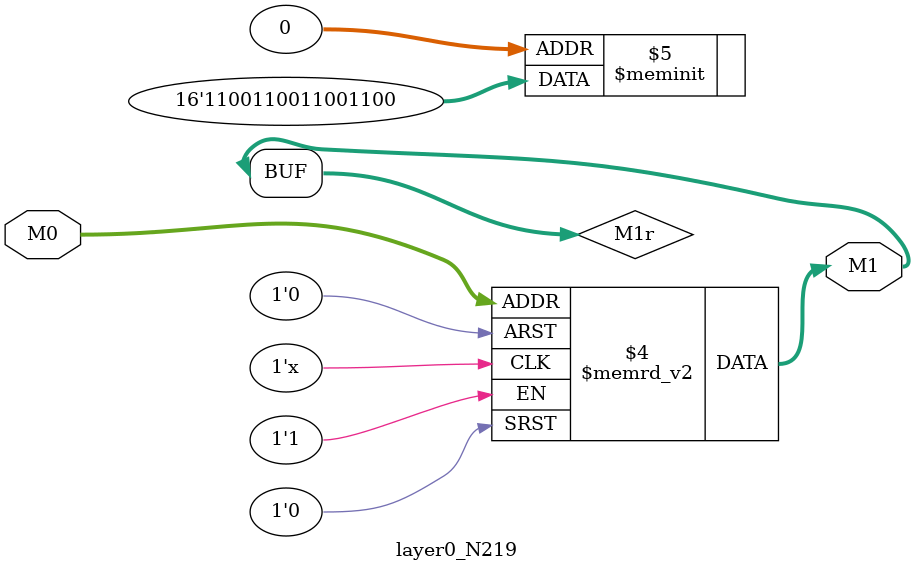
<source format=v>
module layer0_N219 ( input [2:0] M0, output [1:0] M1 );

	(*rom_style = "distributed" *) reg [1:0] M1r;
	assign M1 = M1r;
	always @ (M0) begin
		case (M0)
			3'b000: M1r = 2'b00;
			3'b100: M1r = 2'b00;
			3'b010: M1r = 2'b00;
			3'b110: M1r = 2'b00;
			3'b001: M1r = 2'b11;
			3'b101: M1r = 2'b11;
			3'b011: M1r = 2'b11;
			3'b111: M1r = 2'b11;

		endcase
	end
endmodule

</source>
